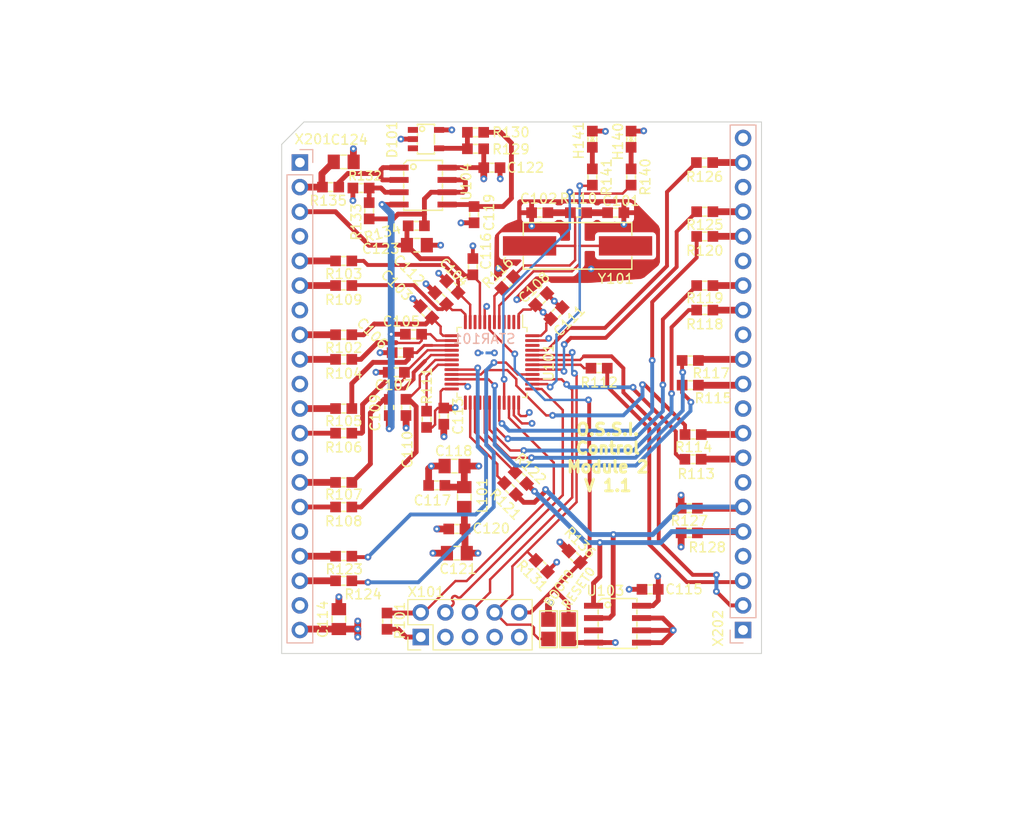
<source format=kicad_pcb>
(kicad_pcb (version 20221018) (generator pcbnew)
  (layers (0 "F.Cu" signal) (1 "In1.Cu" signal) (2 "In2.Cu" signal) (31 "B.Cu" signal) (34 "B.Paste" user) (35 "F.Paste" user) (36 "B.SilkS" user "B.Silkscreen") (37 "F.SilkS" user "F.Silkscreen") (38 "B.Mask" user) (39 "F.Mask" user) (44 "Edge.Cuts" user))
  (net 0 "")
  (net 1 "GND")
  (net 2 "Net-(U101B-PH0{slash}OSC_IN)")
  (net 3 "Net-(C102-Pad2)")
  (net 4 "AGND")
  (net 5 "Net-(U101C-PA1{slash}ADC1_In6)")
  (net 6 "Net-(U101C-PA7{slash}ADC12_In12)")
  (net 7 "Net-(U101C-PA2{slash}ADC12_In7)")
  (net 8 "Net-(U101C-PA3{slash}ADC12_In8)")
  (net 9 "Net-(U101C-PA4{slash}ADC12_In9)")
  (net 10 "+3V3")
  (net 11 "Net-(U101C-PA5{slash}ADC12_In10)")
  (net 12 "Net-(U101C-PA6{slash}ADC12_In11)")
  (net 13 "Net-(U101C-PB0{slash}ADC12_In15)")
  (net 14 "2V50_REF")
  (net 15 "Net-(C119-Pad2)")
  (net 16 "1V25_REF")
  (net 19 "Net-(D101-K)")
  (net 20 "Net-(H140-PadA)")
  (net 21 "Net-(H141-PadA)")
  (net 22 "DC_Link_Voltage")
  (net 23 "AC_Grid_Voltage")
  (net 24 "AC_Current")
  (net 25 "AC_Relay_Voltage")
  (net 26 "DC_Input_Voltage")
  (net 27 "DC_Current")
  (net 28 "AC_Inverter_Voltage")
  (net 29 "Relay_Ctrl_Voltage")
  (net 30 "Net-(U101A-PB1)")
  (net 31 "UART_TX")
  (net 32 "Net-(U101A-PB6{slash}UART1_TX)")
  (net 33 "HISIDE_PWM_µC")
  (net 34 "Boost_T1")
  (net 35 "Net-(U101A-PB10{slash}T2Ch3)")
  (net 36 "Relay_Voltage_Ctrl")
  (net 37 "Net-(U101A-PB11{slash}T2Ch4)")
  (net 38 "Net-(U101B-PH1{slash}OSC_OUT)")
  (net 39 "Net-(U101A-PA8{slash}T1Ch1)")
  (net 40 "Bridge_T1")
  (net 41 "Net-(U101A-PA9{slash}T1Ch2)")
  (net 42 "Bridge_T2")
  (net 43 "Net-(U101A-PA10{slash}T1Ch3)")
  (net 44 "Bridge_T3")
  (net 45 "Net-(U101A-PA11{slash}T1Ch4)")
  (net 46 "Bridge_T4")
  (net 47 "Net-(U101A-PB13{slash}I2C2_CLK)")
  (net 48 "I2C_Clk")
  (net 49 "Net-(U101A-PB14{slash}I2C2_DAT)")
  (net 50 "I2C_Dat")
  (net 51 "Net-(U101A-PB2)")
  (net 52 "LED_Red_Ctrl")
  (net 53 "Net-(U101A-PB4)")
  (net 54 "LED_Green_Ctrl")
  (net 55 "Net-(U101A-PB5)")
  (net 56 "Inv_Relay_Ctrl")
  (net 57 "Net-(U101A-PB8)")
  (net 58 "Grid_Relay_Ctrl")
  (net 59 "Net-(U101A-PA12)")
  (net 60 "Net-(R132-Pad1)")
  (net 61 "Net-(R133-Pad2)")
  (net 62 "Net-(R135-Pad1)")
  (net 63 "Net-(U101A-PA15)")
  (net 70 "/SWD_DIO{slash}PA13")
  (net 71 "/TRACE_SWO{slash}PB3")
  (net 72 "/SWD_CLK{slash}PA14")
  (net 73 "UART_RX")
  (net 75 "Net-(U101B-PH3{slash}BOOT0)")
  (net 76 "Net-(U101B-~{RST})")
  (net 79 "+3V3_ANA")
  (footprint "OSSI_standard_footprints:0603_W" (layer "F.Cu") (at 144.325 119.125 135)
    (fp_text reference "R131")
    (fp_text value "10k")
  )
  (footprint "OSSI_standard_footprints:0603_W" (layer "F.Cu") (at 153.55 78.9658 90)
    (fp_text reference "R140")
    (fp_text value "220")
  )
  (footprint "OSSI_standard_footprints:0603_W_LED" (layer "F.Cu") (at 153.55 75.0658 90)
    (fp_text reference "H140")
    (fp_text value "LED")
  )
  (footprint "OSSI_standard_footprints:0603_W" (layer "F.Cu") (at 144.125 82.650001)
    (fp_text reference "C102")
    (fp_text value "12p")
  )
  (footprint "OSSI_standard_footprints:0603_W" (layer "F.Cu") (at 123.9 120.65 180)
    (fp_text reference "R124")
    (fp_text value "220")
  )
  (footprint "OSSI_standard_footprints:SOT-23-5" (layer "F.Cu") (at 132.3882 75.054 -90)
    (fp_text reference "D101")
    (fp_text value "LM4030")
  )
  (footprint "OSSI_standard_footprints:0603_W" (layer "F.Cu") (at 159.95 105.554 180)
    (fp_text reference "R114")
    (fp_text value "220")
  )
  (footprint "OSSI_standard_footprints:0603_W" (layer "F.Cu") (at 125.6882 80.104 180)
    (fp_text reference "R132")
    (fp_text value "1k0")
  )
  (footprint "OSSI_standard_footprints:JUMPER_OPEN" (layer "F.Cu") (at 147.1 125.65 90)
    (fp_text reference "RESET0")
    (fp_text value "Solder_bridge_open" hide)
  )
  (footprint "OSSI_standard_footprints:0603_W" (layer "F.Cu") (at 159.65 100.454 180)
    (fp_text reference "R115")
    (fp_text value "220")
  )
  (footprint "OSSI_standard_footprints:0603_W" (layer "F.Cu") (at 123.9 102.87)
    (fp_text reference "R105")
    (fp_text value "220")
  )
  (footprint "OSSI_standard_footprints:0603_W" (layer "F.Cu") (at 155.5118 121.529001)
    (fp_text reference "C115")
    (fp_text value "100n")
  )
  (footprint "OSSI_standard_footprints:0603_W" (layer "F.Cu") (at 123.9 118.11 180)
    (fp_text reference "R123")
    (fp_text value "220")
  )
  (footprint "OSSI_standard_footprints:0603_W" (layer "F.Cu") (at 140.8 89.85 45)
    (fp_text reference "R116")
    (fp_text value "0R0")
  )
  (footprint "OSSI_standard_footprints:0603_W" (layer "F.Cu") (at 141.075 111.15 -45)
    (fp_text reference "R121")
    (fp_text value "220")
  )
  (footprint "OSSI_standard_footprints:0603_W" (layer "F.Cu") (at 129.7382 97.1)
    (fp_text reference "C106")
    (fp_text value "10n")
  )
  (footprint "OSSI_standard_footprints:0805_W" (layer "F.Cu") (at 136.3368 112.004 -90)
    (fp_text reference "L101")
    (fp_text value "Ferrite")
  )
  (footprint "OSSI_standard_footprints:0603_W" (layer "F.Cu") (at 159.55 113.154)
    (fp_text reference "R127")
    (fp_text value "4k7")
  )
  (footprint "OSSI_standard_footprints:0603_W" (layer "F.Cu") (at 123.9 95.25)
    (fp_text reference "R102")
    (fp_text value "220")
  )
  (footprint "OSSI_standard_footprints:0603_W" (layer "F.Cu") (at 123.9 97.79)
    (fp_text reference "R104")
    (fp_text value "220")
  )
  (footprint "OSSI_standard_footprints:0603_W" (layer "F.Cu") (at 123.9 90.17)
    (fp_text reference "R109")
    (fp_text value "220")
  )
  (footprint "OSSI_standard_footprints:0603_W" (layer "F.Cu") (at 133.907303 91.507303 -45)
    (fp_text reference "C112")
    (fp_text value "10n")
  )
  (footprint "OSSI_standard_footprints:0603_W" (layer "F.Cu") (at 161.15 92.7)
    (fp_text reference "R118")
    (fp_text value "220")
  )
  (footprint "OSSI_standard_footprints:0603_W" (layer "F.Cu") (at 123.9 105.41)
    (fp_text reference "R106")
    (fp_text value "220")
  )
  (footprint "OSSI_standard_footprints:0603_W" (layer "F.Cu") (at 137.225 88.225 -90)
    (fp_text reference "C116")
    (fp_text value "100n")
  )
  (footprint "OSSI_standard_footprints:0603_W" (layer "F.Cu") (at 135.575 115.2974)
    (fp_text reference "C120")
    (fp_text value "100n")
  )
  (footprint "OSSI_standard_footprints:SOIC8" (layer "F.Cu") (at 132.0882 79.904 -90)
    (fp_text reference "U104")
    (fp_text value "OPA2317")
  )
  (footprint "OSSI_standard_footprints:0603_W" (layer "F.Cu") (at 161.15 90.175)
    (fp_text reference "R119")
    (fp_text value "220")
  )
  (footprint "OSSI_standard_footprints:0805_W" (layer "F.Cu") (at 123.9 77.404 180)
    (fp_text reference "C124")
    (fp_text value "1µ/6.3V")
  )
  (footprint "OSSI_standard_footprints:0603_W" (layer "F.Cu") (at 142.175 110.025 -45)
    (fp_text reference "R122")
    (fp_text value "220")
  )
  (footprint "OSSI_standard_footprints:0603_W" (layer "F.Cu") (at 131.3882 84.004 180)
    (fp_text reference "R134")
    (fp_text value "220")
  )
  (footprint "OSSI_standard_footprints:0603_W" (layer "F.Cu") (at 131.1 95.2)
    (fp_text reference "C105")
    (fp_text value "10n")
  )
  (footprint "OSSI_standard_footprints:JUMPER_OPEN" (layer "F.Cu") (at 145.025 125.65 -90)
    (fp_text reference "BOOT0")
    (fp_text value "Solder_bridge_open")
  )
  (footprint "OSSI_standard_footprints:0603_W" (layer "F.Cu") (at 126.5264 82.454 -90)
    (fp_text reference "R133")
    (fp_text value "1k0")
  )
  (footprint "OSSI_standard_footprints:0603_W" (layer "F.Cu") (at 161.15 85.1)
    (fp_text reference "R120")
    (fp_text value "220")
  )
  (footprint "OSSI_standard_footprints:SOIC8" (layer "F.Cu") (at 152.150001 125.129 -90)
    (fp_text reference "U103")
    (fp_text value "LM75B")
  )
  (footprint "OSSI_standard_footprints:0603_W" (layer "F.Cu") (at 137.5 76.054 180)
    (fp_text reference "R129")
    (fp_text value "3k3")
  )
  (footprint "OSSI_standard_footprints:0603_W" (layer "F.Cu") (at 123.9 110.49)
    (fp_text reference "R107")
    (fp_text value "220")
  )
  (footprint "OSSI_standard_footprints:0603_W_LED" (layer "F.Cu") (at 149.55 75.0658 90)
    (fp_text reference "H141")
    (fp_text value "LED")
  )
  (footprint "OSSI_standard_footprints:0603_W" (layer "F.Cu") (at 122.55 80.01 180)
    (fp_text reference "R135")
    (fp_text value "220")
  )
  (footprint "OSSI_standard_footprints:0603_W" (layer "F.Cu") (at 128.6 102.754 90)
    (fp_text reference "C109")
    (fp_text value "10n")
  )
  (footprint "OSSI_standard_footprints:0603_W" (layer "F.Cu") (at 148.125 82.65 180)
    (fp_text reference "R110")
    (fp_text value "1M0")
  )
  (footprint "OSSI_standard_footprints:0603_W" (layer "F.Cu") (at 159.9368 108.1 180)
    (fp_text reference "R113")
    (fp_text value "220")
  )
  (footprint "OSSI_standard_footprints:0603_W" (layer "F.Cu") (at 132.45 103.975 90)
    (fp_text reference "R111")
    (fp_text value "10k")
  )
  (footprint "OSSI_standard_footprints:0805_W" (layer "F.Cu") (at 123.4 124.604 -90)
    (fp_text reference "C114")
    (fp_text value "1µ/6.3V")
  )
  (footprint "OSSI_standard_footprints:0603_W" (layer "F.Cu") (at 134.225 103.65 90)
    (fp_text reference "C113")
    (fp_text value "100n")
  )
  (footprint "OSSI_standard_footprints:0603_W" (layer "F.Cu") (at 123.9 113.03)
    (fp_text reference "R108")
    (fp_text value "220")
  )
  (footprint "OSSI_standard_footprints:0603_W" (layer "F.Cu") (at 161.125 77.475)
    (fp_text reference "R126")
    (fp_text value "220")
  )
  (footprint "OSSI_standard_footprints:0603_W" (layer "F.Cu") (at 132.407303 92.907303 -45)
    (fp_text reference "C103")
    (fp_text value "10n")
  )
  (footprint "Package_QFP:LQFP-48_7x7mm_P0.5mm" (layer "F.Cu") (at 139.2 98.1 -90)
    (fp_text reference "U101")
    (fp_text value "STM32L412C8T6")
  )
  (footprint "OSSI_standard_footprints:HC49_US" (layer "F.Cu") (at 148.025 86.075 180)
    (fp_text reference "Y101")
    (fp_text value "10MHz" hide)
  )
  (footprint "OSSI_standard_footprints:0603_W" (layer "F.Cu") (at 149.55 78.9658 90)
    (fp_text reference "R141")
    (fp_text value "220")
  )
  (footprint "OSSI_standard_footprints:0603_W" (layer "F.Cu") (at 144.272103 91.575 -135)
    (fp_text reference "C108")
    (fp_text value "100n")
  )
  (footprint "OSSI_standard_footprints:0603_W" (layer "F.Cu") (at 159.55 115.704)
    (fp_text reference "R128")
    (fp_text value "4k7")
  )
  (footprint "OSSI_standard_footprints:0603_W" (layer "F.Cu") (at 130.325 102.75 90)
    (fp_text reference "C110")
    (fp_text value "10n")
  )
  (footprint "Connector_PinHeader_2.54mm:PinHeader_2x05_P2.54mm_Vertical" (layer "F.Cu") (at 131.85 126.454 90)
    (fp_text reference "X101")
    (fp_text value "PINHEADER_2×5" hide)
  )
  (footprint "OSSI_standard_footprints:0603_W" (layer "F.Cu") (at 135.107303 90.307303 -45)
    (fp_text reference "C104")
    (fp_text value "10n")
  )
  (footprint "OSSI_standard_footprints:0603_W" (layer "F.Cu") (at 161.15 82.55)
    (fp_text reference "R125")
    (fp_text value "220")
  )
  (footprint "OSSI_standard_footprints:0603_W" (layer "F.Cu") (at 147.725 118.175 -45)
    (fp_text reference "R136")
    (fp_text value "10k")
  )
  (footprint "OSSI_standard_footprints:0603_W" (layer "F.Cu") (at 137.5 74.354)
    (fp_text reference "R130")
    (fp_text value "220")
  )
  (footprint "OSSI_standard_footprints:0603_W" (layer "F.Cu") (at 129.325 99.125)
    (fp_text reference "C107")
    (fp_text value "10n")
  )
  (footprint "OSSI_standard_footprints:0805_W" (layer "F.Cu") (at 131.45 86.004 180)
    (fp_text reference "C123")
    (fp_text value "1µ/6.3V")
  )
  (footprint "OSSI_standard_footprints:0603_W" (layer "F.Cu") (at 133.5 110.8)
    (fp_text reference "C117")
    (fp_text value "100n")
  )
  (footprint "OSSI_standard_footprints:0603_W" (layer "F.Cu") (at 137.35 82.854 90)
    (fp_text reference "C119")
    (fp_text value "10n")
  )
  (footprint "OSSI_standard_footprints:0805_W" (layer "F.Cu") (at 135.3368 108.804)
    (fp_text reference "C118")
    (fp_text value "1µ/6.3V")
  )
  (footprint "OSSI_standard_footprints:0603_W" (layer "F.Cu") (at 123.9 87.63)
    (fp_text reference "R103")
    (fp_text value "220")
  )
  (footprint "OSSI_standard_footprints:0603_W" (layer "F.Cu") (at 150.25 98.704)
    (fp_text reference "R112")
    (fp_text value "220")
  )
  (footprint "OSSI_standard_footprints:0603_W" (layer "F.Cu") (at 151.963199 82.65 180)
    (fp_text reference "C101")
    (fp_text value "12p")
  )
  (footprint "OSSI_standard_footprints:0603_W" (layer "F.Cu") (at 145.85 93.025 -135)
    (fp_text reference "C111")
    (fp_text value "100n")
  )
  (footprint "OSSI_standard_footprints:0603_W" (layer "F.Cu") (at 128.37 124.814 90)
    (fp_text reference "R101")
    (fp_text value "10k")
  )
  (footprint "OSSI_standard_footprints:0603_W" (layer "F.Cu") (at 159.65 97.904)
    (fp_text reference "R117")
    (fp_text value "220")
  )
  (footprint "OSSI_standard_footprints:0603_W" (layer "F.Cu") (at 139.1882 78.004 180)
    (fp_text reference "C122")
    (fp_text value "100n")
  )
  (footprint "OSSI_standard_footprints:0805_W" (layer "F.Cu") (at 135.575 117.7974)
    (fp_text reference "C121")
    (fp_text value "1µ/6.3V")
  )
  (footprint "Connector_PinHeader_2.54mm:PinHeader_1x20_P2.54mm_Vertical" (layer "B.Cu") (at 119.38 77.47 180)
    (fp_text reference "X201")
    (fp_text value "Conn_01x20_Pin")
  )
  (footprint "OSSI_standard_footprints:STARPOINT" (layer "B.Cu") (at 138.4 97.125)
    (fp_text reference "STAR101")
    (fp_text value "STARPOINT")
  )
  (footprint "Connector_PinHeader_2.54mm:PinHeader_1x21_P2.54mm_Vertical" (layer "B.Cu") (at 165.1 125.73)
    (fp_text reference "X202")
    (fp_text value "Conn_01x21_Pin")
  )
  (gr_line (start 119.8 73.286) (end 167 73.286) (stroke (width 0.1)) (layer "Edge.Cuts"))
  (gr_line (start 117.5 128.15) (end 117.5 75.6) (stroke (width 0.1)) (layer "Edge.Cuts"))
  (gr_line (start 167 128.15) (end 117.5 128.15) (stroke (width 0.1)) (layer "Edge.Cuts"))
  (gr_line (start 117.5 75.6) (end 119.8 73.286) (stroke (width 0.1)) (layer "Edge.Cuts"))
  (gr_line (start 167 73.286) (end 167 128.15) (stroke (width 0.1)) (layer "Edge.Cuts"))
  (gr_text "O.S.S.I.\nControl\nModule 2\nV 1.1" (at 151.15 111.525) (layer "F.SilkS") (effects (font (size 1.2 1.2) (thickness 0.3) bold) (justify bottom)))
  (segment (start 144.8648 91.0148) (end 145.625 91.775) (width 0.4) (layer "F.Cu") (net 1))
  (segment (start 134.7368 115.2974) (end 133.5 115.2974) (width 0.7) (layer "F.Cu") (net 1))
  (segment (start 134.225 105.75) (end 134.25 105.775) (width 0.7) (layer "F.Cu") (net 1))
  (segment (start 135.0375 100.35) (end 136.45 100.35) (width 0.25) (layer "F.Cu") (net 1))
  (segment (start 143.3 84.025) (end 143.3 82.663201) (width 0.4) (layer "F.Cu") (net 1))
  (segment (start 144.917697 119.682303) (end 145.875 118.725) (width 0.4) (layer "F.Cu") (net 1))
  (segment (start 152.8 83.85) (end 152.801399 83.848601) (width 0.4) (layer "F.Cu") (net 1))
  (segment (start 140.65 84.025) (end 143.3 84.025) (width 0.25) (layer "F.Cu") (net 1))
  (segment (start 157.8 125.729) (end 157.8 125.479) (width 0.5) (layer "F.Cu") (net 1))
  (segment (start 156.815 124.494) (end 154.625 124.494) (width 0.5) (layer "F.Cu") (net 1))
  (segment (start 151.925 127.025) (end 150.875 127.025) (width 0.5) (layer "F.Cu") (net 1))
  (segment (start 144.8245 95.85) (end 145.05 95.6245) (width 0.25) (layer "F.Cu") (net 1))
  (segment (start 157.8 125.729) (end 157.8 125.979) (width 0.5) (layer "F.Cu") (net 1))
  (segment (start 146.282303 92.432303) (end 145.625 91.775) (width 0.4) (layer "F.Cu") (net 1))
  (segment (start 156.745 127.034) (end 154.625 127.034) (width 0.5) (layer "F.Cu") (net 1))
  (segment (start 157.765 125.764) (end 157.8 125.729) (width 0.5) (layer "F.Cu") (net 1))
  (segment (start 123.4 123.579) (end 123.4 122.304) (width 0.7) (layer "F.Cu") (net 1))
  (segment (start 143.325 104.4) (end 142.288604 104.4) (width 0.25) (layer "F.Cu") (net 1))
  (segment (start 157.8 125.479) (end 156.815 124.494) (width 0.5) (layer "F.Cu") (net 1))
  (segment (start 134.55 117.7974) (end 133.1 117.7974) (width 0.7) (layer "F.Cu") (net 1))
  (segment (start 152.801399 83.848601) (end 152.801399 82.65) (width 0.4) (layer "F.Cu") (net 1))
  (segment (start 157.8 125.979) (end 156.745 127.034) (width 0.5) (layer "F.Cu") (net 1))
  (segment (start 154.625 125.764) (end 157.765 125.764) (width 0.5) (layer "F.Cu") (net 1))
  (segment (start 150.875 127.025) (end 147.475 127.025) (width 0.5) (layer "F.Cu") (net 1))
  (segment (start 139.65 85.025) (end 140.65 84.025) (width 0.25) (layer "F.Cu") (net 1))
  (segment (start 153.55 74.2276) (end 154.8264 74.2276) (width 0.5) (layer "F.Cu") (net 1))
  (segment (start 150.875 127.025) (end 149.684 127.025) (width 0.5) (layer "F.Cu") (net 1))
  (segment (start 154.8264 74.2276) (end 154.85 74.204) (width 0.5) (layer "F.Cu") (net 1))
  (segment (start 136.45 100.35) (end 136.7 100.6) (width 0.25) (layer "F.Cu") (net 1))
  (segment (start 139.65 88.175) (end 139.65 85.025) (width 0.25) (layer "F.Cu") (net 1))
  (segment (start 139.875 88.4) (end 139.65 88.175) (width 0.25) (layer "F.Cu") (net 1))
  (segment (start 149.55 74.2276) (end 150.8736 74.2276) (width 0.5) (layer "F.Cu") (net 1))
  (segment (start 134.225 104.4882) (end 134.225 105.75) (width 0.7) (layer "F.Cu") (net 1))
  (segment (start 154.6736 121.529) (end 153.35 121.529) (width 0.5) (layer "F.Cu") (net 1))
  (segment (start 143.3625 95.85) (end 144.8245 95.85) (width 0.25) (layer "F.Cu") (net 1))
  (segment (start 150.8736 74.2276) (end 150.9 74.254) (width 0.5) (layer "F.Cu") (net 1))
  (segment (start 142.288604 104.4) (end 141.45 103.561396) (width 0.25) (layer "F.Cu") (net 1))
  (segment (start 141.45 103.561396) (end 141.45 102.2625) (width 0.25) (layer "F.Cu") (net 1))
  (via (at 151.925 127.025) (size 0.7) (drill 0.3) (layers "F.Cu" "B.Cu") (net 1))
  (via (at 152.8 83.85) (size 0.7) (drill 0.3) (layers "F.Cu" "B.Cu") (net 1))
  (via (at 145.05 95.6245) (size 0.7) (drill 0.3) (layers "F.Cu" "B.Cu") (net 1))
  (via (at 133.1 117.7974) (size 0.7) (drill 0.3) (layers "F.Cu" "B.Cu") (net 1))
  (via (at 136.7 100.6) (size 0.7) (drill 0.3) (layers "F.Cu" "B.Cu") (net 1))
  (via (at 141.75 91.625) (size 0.7) (drill 0.3) (layers "F.Cu" "B.Cu") (net 1))
  (via (at 149.425 88.45) (size 0.7) (drill 0.3) (layers "F.Cu" "B.Cu") (net 1))
  (via (at 145.875 118.725) (size 0.7) (drill 0.3) (layers "F.Cu" "B.Cu") (net 1))
  (via (at 134.25 105.775) (size 0.7) (drill 0.3) (layers "F.Cu" "B.Cu") (net 1))
  (via (at 154.85 74.204) (size 0.7) (drill 0.3) (layers "F.Cu" "B.Cu") (net 1))
  (via (at 139.45 97.125) (size 0.7) (drill 0.3) (layers "F.Cu" "B.Cu") (net 1))
  (via (at 139.875 88.4) (size 0.7) (drill 0.3) (layers "F.Cu" "B.Cu") (net 1))
  (via (at 143.3 84.025) (size 0.7) (drill 0.3) (layers "F.Cu" "B.Cu") (net 1))
  (via (at 133.5 115.2974) (size 0.7) (drill 0.3) (layers "F.Cu" "B.Cu") (net 1))
  (via (at 153.35 121.529) (size 0.7) (drill 0.3) (layers "F.Cu" "B.Cu") (net 1))
  (via (at 123.4 122.304) (size 0.7) (drill 0.3) (layers "F.Cu" "B.Cu") (net 1))
  (via (at 157.9 125.754) (size 0.7) (drill 0.3) (layers "F.Cu" "B.Cu") (net 1))
  (via (at 143.325 104.4) (size 0.7) (drill 0.3) (layers "F.Cu" "B.Cu") (net 1))
  (via (at 150.9 74.254) (size 0.7) (drill 0.3) (layers "F.Cu" "B.Cu") (net 1))
  (via (at 145.625 91.775) (size 0.7) (drill 0.3) (layers "F.Cu" "B.Cu") (net 1))
  (segment (start 138.7 97.125) (end 139.3 97.125) (width 0.3) (layer "B.Cu") (net 1))
  (segment (start 147.45 88.7) (end 148.225 87.925) (width 0.25) (layer "F.Cu") (net 2))
  (segment (start 148.225 86.075) (end 152.975 86.075) (width 0.25) (layer "F.Cu") (net 2))
  (segment (start 148.225 86.075) (end 148.225 83.3882) (width 0.25) (layer "F.Cu") (net 2))
  (segment (start 139.95 92.236396) (end 143.486396 88.7) (width 0.25) (layer "F.Cu") (net 2))
  (segment (start 143.486396 88.7) (end 147.45 88.7) (width 0.25) (layer "F.Cu") (net 2))
  (segment (start 148.963201 82.65) (end 151.124999 82.65) (width 0.7) (layer "F.Cu") (net 2))
  (segment (start 139.95 93.9375) (end 139.95 92.236396) (width 0.25) (layer "F.Cu") (net 2))
  (segment (start 148.225 87.925) (end 148.225 86.075) (width 0.25) (layer "F.Cu") (net 2))
  (segment (start 148.225 83.3882) (end 148.9632 82.65) (width 0.25) (layer "F.Cu") (net 2))
  (segment (start 143.075 86.075) (end 147.75 86.075) (width 0.25) (layer "F.Cu") (net 3))
  (segment (start 147.75 86.075) (end 147.775 86.1) (width 0.25) (layer "F.Cu") (net 3))
  (segment (start 147.225 88.1) (end 142.55 88.1) (width 0.25) (layer "F.Cu") (net 3))
  (segment (start 142.55 88.1) (end 141.392697 89.257303) (width 0.25) (layer "F.Cu") (net 3))
  (segment (start 147.775 87.55) (end 147.225 88.1) (width 0.25) (layer "F.Cu") (net 3))
  (segment (start 147.775 86.1) (end 147.775 87.55) (width 0.25) (layer "F.Cu") (net 3))
  (segment (start 147.75 86.075) (end 147.775 86.05) (width 0.25) (layer "F.Cu") (net 3))
  (segment (start 144.9632 82.650001) (end 147.2868 82.65) (width 0.7) (layer "F.Cu") (net 3))
  (segment (start 147.775 86.05) (end 147.775 83.1382) (width 0.25) (layer "F.Cu") (net 3))
  (segment (start 147.775 83.1382) (end 147.2868 82.65) (width 0.25) (layer "F.Cu") (net 3))
  (segment (start 127.855 81.809) (end 127.85 81.804) (width 0.5) (layer "F.Cu") (net 4))
  (segment (start 137.225 87.3) (end 137.225 86.075) (width 0.4) (layer "F.Cu") (net 4))
  (segment (start 137.35 83.6922) (end 136.0118 83.6922) (width 0.5) (layer "F.Cu") (net 4))
  (segment (start 132.9368 108.804) (end 132.6618 109.079) (width 0.7) (layer "F.Cu") (net 4))
  (segment (start 131.814606 92.314606) (end 131.028445 91.528445) (width 0.5) (layer "F.Cu") (net 4))
  (segment (start 133.349961 90.949962) (end 132.387023 89.987024) (width 0.5) (layer "F.Cu") (net 4))
  (segment (start 134.3118 108.804) (end 132.9368 108.804) (width 0.7) (layer "F.Cu") (net 4))
  (segment (start 129.9691 95.2) (end 128.8309 95.2) (width 0.5) (layer "F.Cu") (net 4))
  (segment (start 138.45 93.9375) (end 138.45 92.525) (width 0.25) (layer "F.Cu") (net 4))
  (segment (start 130.343523 104.875) (end 130.325 103.5882) (width 0.7) (layer "F.Cu") (net 4))
  (segment (start 138.45 92.525) (end 138.65 92.325) (width 0.25) (layer "F.Cu") (net 4))
  (segment (start 132.475 86.004) (end 133.9 86.004) (width 0.5) (layer "F.Cu") (net 4))
  (segment (start 129.6132 81.809) (end 127.855 81.809) (width 0.5) (layer "F.Cu") (net 4))
  (segment (start 127.225 99.125) (end 128.4868 99.125) (width 0.5) (layer "F.Cu") (net 4))
  (segment (start 124.85 80.104) (end 124.85 81.404) (width 0.5) (layer "F.Cu") (net 4))
  (segment (start 133.7382 74.104) (end 135.05 74.104) (width 0.5) (layer "F.Cu") (net 4))
  (segment (start 132.6618 109.079) (end 132.6618 110.8) (width 0.7) (layer "F.Cu") (net 4))
  (segment (start 128.9 97.1) (end 127.65 97.1) (width 0.5) (layer "F.Cu") (net 4))
  (segment (start 128.6 103.5922) (end 128.6 104.954) (width 0.7) (layer "F.Cu") (net 4))
  (segment (start 131.0382 75.054) (end 129.8 75.054) (width 0.5) (layer "F.Cu") (net 4))
  (segment (start 140.0264 78.004) (end 140.0264 79.1304) (width 0.5) (layer "F.Cu") (net 4))
  (segment (start 124.9 76.054) (end 124.9 77.379) (width 0.7) (layer "F.Cu") (net 4))
  (segment (start 140.0264 79.1304) (end 140.05 79.154) (width 0.5) (layer "F.Cu") (net 4))
  (segment (start 136.0118 83.6922) (end 136 83.704) (width 0.5) (layer "F.Cu") (net 4))
  (segment (start 134.514606 89.714606) (end 133.7 88.9) (width 0.4) (layer "F.Cu") (net 4))
  (via (at 136 83.704) (size 0.7) (drill 0.3) (layers "F.Cu" "B.Cu") (net 4))
  (via (at 137.225 86.075) (size 0.7) (drill 0.3) (layers "F.Cu" "B.Cu") (net 4))
  (via (at 133.9 86.004) (size 0.7) (drill 0.3) (layers "F.Cu" "B.Cu") (net 4))
  (via (at 124.85 81.404) (size 0.7) (drill 0.3) (layers "F.Cu" "B.Cu") (net 4))
  (via (at 133.7 88.9) (size 0.7) (drill 0.3) (layers "F.Cu" "B.Cu") (net 4))
  (via (at 138.65 92.325) (size 0.7) (drill 0.3) (layers "F.Cu" "B.Cu") (net 4))
  (via (at 135.05 74.104) (size 0.7) (drill 0.3) (layers "F.Cu" "B.Cu") (net 4))
  (via (at 130.343523 104.875) (size 0.7) (drill 0.3) (layers "F.Cu" "B.Cu") (net 4))
  (via (at 132.387023 89.987024) (size 0.7) (drill 0.3) (layers "F.Cu" "B.Cu") (net 4))
  (via (at 128.8 95.2) (size 0.7) (drill 0.3) (layers "F.Cu" "B.Cu") (net 4))
  (via (at 127.65 97.1) (size 0.7) (drill 0.3) (layers "F.Cu" "B.Cu") (net 4))
  (via (at 124.9 76.054) (size 0.7) (drill 0.3) (layers "F.Cu" "B.Cu") (net 4))
  (via (at 137.75 97.125) (size 0.7) (drill 0.3) (layers "F.Cu" "B.Cu") (net 4))
  (via (at 131.028445 91.528445) (size 0.7) (drill 0.3) (layers "F.Cu" "B.Cu") (net 4))
  (via (at 132.9368 108.804) (size 0.7) (drill 0.3) (layers "F.Cu" "B.Cu") (net 4))
  (via (at 140.05 79.154) (size 0.7) (drill 0.3) (layers "F.Cu" "B.Cu") (net 4))
  (via (at 127.85 81.804) (size 0.7) (drill 0.3) (layers "F.Cu" "B.Cu") (net 4))
  (via (at 127.225 99.125) (size 0.7) (drill 0.3) (layers "F.Cu" "B.Cu") (net 4))
  (via (at 128.6 104.954) (size 0.7) (drill 0.3) (layers "F.Cu" "B.Cu") (net 4))
  (via (at 129.8 75.054) (size 0.7) (drill 0.3) (layers "F.Cu" "B.Cu") (net 4))
  (segment (start 128.8 104.754) (end 128.8 82.754) (width 0.7) (layer "B.Cu") (net 4))
  (segment (start 128.8 82.754) (end 127.85 81.804) (width 0.7) (layer "B.Cu") (net 4))
  (segment (start 128.6 104.954) (end 128.8 104.754) (width 0.7) (layer "B.Cu") (net 4))
  (segment (start 138.1875 97.125) (end 137.75 97.125) (width 0.3) (layer "B.Cu") (net 4))
  (segment (start 136.95 92.15) (end 135.7 90.9) (width 0.25) (layer "F.Cu") (net 5))
  (segment (start 124.7382 87.63) (end 125.955 87.63) (width 0.4) (layer "F.Cu") (net 5))
  (segment (start 136.95 93.9375) (end 136.95 92.15) (width 0.25) (layer "F.Cu") (net 5))
  (segment (start 135.7 89.5) (end 135.7 90.9) (width 0.4) (layer "F.Cu") (net 5))
  (segment (start 126.375 88.05) (end 134.25 88.05) (width 0.4) (layer "F.Cu") (net 5))
  (segment (start 125.955 87.63) (end 126.375 88.05) (width 0.4) (layer "F.Cu") (net 5))
  (segment (start 134.25 88.05) (end 135.7 89.5) (width 0.4) (layer "F.Cu") (net 5))
  (segment (start 126.65 103.3158) (end 128.05 101.9158) (width 0.5) (layer "F.Cu") (net 6))
  (segment (start 129.025 100.8) (end 128.6 101.225) (width 0.4) (layer "F.Cu") (net 6))
  (segment (start 128.05 101.9158) (end 128.6 101.9158) (width 0.5) (layer "F.Cu") (net 6))
  (segment (start 131.1132 99.840686) (end 130.153886 100.8) (width 0.4) (layer "F.Cu") (net 6))
  (segment (start 131.1132 99.1368) (end 131.1132 99.840686) (width 0.4) (layer "F.Cu") (net 6))
  (segment (start 132.2875 97.9625) (end 131.1132 99.1368) (width 0.4) (layer "F.Cu") (net 6))
  (segment (start 132.9 97.35) (end 135.0375 97.35) (width 0.25) (layer "F.Cu") (net 6))
  (segment (start 132.2875 97.9625) (end 132.9 97.35) (width 0.25) (layer "F.Cu") (net 6))
  (segment (start 124.7382 110.49) (end 126.65 108.5782) (width 0.5) (layer "F.Cu") (net 6))
  (segment (start 126.65 108.5782) (end 126.65 103.3158) (width 0.5) (layer "F.Cu") (net 6))
  (segment (start 130.153886 100.8) (end 129.025 100.8) (width 0.4) (layer "F.Cu") (net 6))
  (segment (start 128.6 101.225) (end 128.6 101.7276) (width 0.4) (layer "F.Cu") (net 6))
  (segment (start 133.6 92.6) (end 134.083706 92.6) (width 0.4) (layer "F.Cu") (net 7))
  (segment (start 124.7832 90.125) (end 131.125 90.125) (width 0.4) (layer "F.Cu") (net 7))
  (segment (start 136 92.7) (end 135.1 92.7) (width 0.25) (layer "F.Cu") (net 7))
  (segment (start 135.1 92.7) (end 134.5 92.1) (width 0.25) (layer "F.Cu") (net 7))
  (segment (start 136.45 93.9375) (end 136.45 93.15) (width 0.25) (layer "F.Cu") (net 7))
  (segment (start 136.45 93.15) (end 136 92.7) (width 0.25) (layer "F.Cu") (net 7))
  (segment (start 134.083706 92.6) (end 134.607303 92.076403) (width 0.4) (layer "F.Cu") (net 7))
  (segment (start 131.125 90.125) (end 133.6 92.6) (width 0.4) (layer "F.Cu") (net 7))
  (segment (start 135.0375 95.35) (end 134.15 95.35) (width 0.25) (layer "F.Cu") (net 8))
  (segment (start 133.9 95.1) (end 133.9 94.4) (width 0.25) (layer "F.Cu") (net 8))
  (segment (start 133.9 94.4) (end 133 93.5) (width 0.25) (layer "F.Cu") (net 8))
  (segment (start 134.15 95.35) (end 133.9 95.1) (width 0.25) (layer "F.Cu") (net 8))
  (segment (start 132.3578 94.1422) (end 133 93.5) (width 0.5) (layer "F.Cu") (net 8))
  (segment (start 124.7382 95.25) (end 125.95 95.25) (width 0.5) (layer "F.Cu") (net 8))
  (segment (start 127.0578 94.1422) (end 132.3578 94.1422) (width 0.5) (layer "F.Cu") (net 8))
  (segment (start 125.95 95.25) (end 127.0578 94.1422) (width 0.5) (layer "F.Cu") (net 8))
  (segment (start 131.9382 95.8618) (end 131.9382 95.2) (width 0.25) (layer "F.Cu") (net 9))
  (segment (start 129.3 96.0658) (end 129.3342 96.1) (width 0.25) (layer "F.Cu") (net 9))
  (segment (start 127.3882 96.0658) (end 125.664 97.79) (width 0.5) (layer "F.Cu") (net 9))
  (segment (start 125.664 97.79) (end 124.7382 97.79) (width 0.5) (layer "F.Cu") (net 9))
  (segment (start 133.5 95.85) (end 132.85 95.2) (width 0.25) (layer "F.Cu") (net 9))
  (segment (start 132.85 95.2) (end 131.9382 95.2) (width 0.25) (layer "F.Cu") (net 9))
  (segment (start 135.0375 95.85) (end 133.5 95.85) (width 0.25) (layer "F.Cu") (net 9))
  (segment (start 129.3 96.0658) (end 127.3882 96.0658) (width 0.5) (layer "F.Cu") (net 9))
  (segment (start 131.7 96.1) (end 131.9382 95.8618) (width 0.25) (layer "F.Cu") (net 9))
  (segment (start 129.3342 96.1) (end 131.7 96.1) (width 0.25) (layer "F.Cu") (net 9))
  (segment (start 136.4132 115.2974) (end 136.4132 117.6106) (width 0.7) (layer "F.Cu") (net 10))
  (segment (start 143.3625 95.35) (end 144.25 95.35) (width 0.25) (layer "F.Cu") (net 10))
  (segment (start 158.7118 117.1422) (end 158.7 117.154) (width 0.7) (layer "F.Cu") (net 10))
  (segment (start 134.1 102.8118) (end 135.3632 102.8118) (width 0.7) (layer "F.Cu") (net 10))
  (segment (start 123.4 125.629) (end 125.35 125.629) (width 0.7) (layer "F.Cu") (net 10))
  (segment (start 134.1 102.8118) (end 133.6132 102.8118) (width 0.25) (layer "F.Cu") (net 10))
  (segment (start 129.5272 125.6522) (end 130.329 126.454) (width 0.5) (layer "F.Cu") (net 10))
  (segment (start 133.325 104.525) (end 133.0368 104.8132) (width 0.25) (layer "F.Cu") (net 10))
  (segment (start 144.8 94.075) (end 144.8 94.8) (width 0.25) (layer "F.Cu") (net 10))
  (segment (start 141.95 93.125) (end 142.425 92.65) (width 0.25) (layer "F.Cu") (net 10))
  (segment (start 155.805 123.224) (end 156.35 122.678999) (width 0.5) (layer "F.Cu") (net 10))
  (segment (start 142.679658 103.645342) (end 142.170342 103.645342) (width 0.25) (layer "F.Cu") (net 10))
  (segment (start 156.35 120.229) (end 156.3 120.179) (width 0.5) (layer "F.Cu") (net 10))
  (segment (start 143.717697 92.167697) (end 144.475 92.925) (width 0.4) (layer "F.Cu") (net 10))
  (segment (start 125.35 125.629) (end 125.35 126.454) (width 0.7) (layer "F.Cu") (net 10))
  (segment (start 158.7118 113.154) (end 158.7118 111.8158) (width 0.7) (layer "F.Cu") (net 10))
  (segment (start 133.9 101.1) (end 133.9 102.6118) (width 0.25) (layer "F.Cu") (net 10))
  (segment (start 158.7118 115.704) (end 158.7118 117.1422) (width 0.7) (layer "F.Cu") (net 10))
  (segment (start 134.15 100.85) (end 133.9 101.1) (width 0.25) (layer "F.Cu") (net 10))
  (segment (start 144.25 95.35) (end 144.8 94.8) (width 0.25) (layer "F.Cu") (net 10))
  (segment (start 143.197103 92.65) (end 143.679406 92.167697) (width 0.25) (layer "F.Cu") (net 10))
  (segment (start 130.329 126.454) (end 131.85 126.454) (width 0.5) (layer "F.Cu") (net 10))
  (segment (start 135.0375 100.85) (end 134.15 100.85) (width 0.25) (layer "F.Cu") (net 10))
  (segment (start 133.6132 102.8118) (end 133.325 103.1) (width 0.25) (layer "F.Cu") (net 10))
  (segment (start 137.75 117.7974) (end 136.6 117.7974) (width 0.7) (layer "F.Cu") (net 10))
  (segment (start 158.7118 111.8158) (end 158.7 111.804) (width 0.7) (layer "F.Cu") (net 10))
  (segment (start 136.35 115.704) (end 136.35 113.0422) (width 0.7) (layer "F.Cu") (net 10))
  (segment (start 156.35 122.678999) (end 156.35 121.529001) (width 0.5) (layer "F.Cu") (net 10))
  (segment (start 145.269477 122.894477) (end 145.025 123.138954) (width 0.7) (layer "F.Cu") (net 10))
  (segment (start 133.325 103.1) (end 133.325 104.525) (width 0.25) (layer "F.Cu") (net 10))
  (segment (start 141.95 93.9375) (end 141.95 93.125) (width 0.25) (layer "F.Cu") (net 10))
  (segment (start 142.425 92.65) (end 143.197103 92.65) (width 0.25) (layer "F.Cu") (net 10))
  (segment (start 156.35 121.529001) (end 156.35 120.229) (width 0.5) (layer "F.Cu") (net 10))
  (segment (start 145.257303 93.617697) (end 144.8 94.075) (width 0.25) (layer "F.Cu") (net 10))
  (segment (start 123.4 125.629) (end 119.565 125.629) (width 0.7) (layer "F.Cu") (net 10))
  (segment (start 125.35 125.629) (end 125.35 124.804) (width 0.7) (layer "F.Cu") (net 10))
  (segment (start 133.0368 104.8132) (end 132.45 104.8132) (width 0.25) (layer "F.Cu") (net 10))
  (segment (start 141.95 103.425) (end 141.95 102.2625) (width 0.25) (layer "F.Cu") (net 10))
  (segment (start 145.025 123.138954) (end 145.025 124.65) (width 0.7) (layer "F.Cu") (net 10))
  (segment (start 128.37 125.6522) (end 129.5272 125.6522) (width 0.5) (layer "F.Cu") (net 10))
  (segment (start 145.167697 93.617697) (end 144.475 92.925) (width 0.4) (layer "F.Cu") (net 10))
  (segment (start 135.3632 102.8118) (end 135.4 102.775) (width 0.25) (layer "F.Cu") (net 10))
  (segment (start 143.05 103.275) (end 142.679658 103.645342) (width 0.25) (layer "F.Cu") (net 10))
  (segment (start 142.170342 103.645342) (end 141.95 103.425) (width 0.25) (layer "F.Cu") (net 10))
  (segment (start 147.132303 117.582303) (end 146.196978 116.646978) (width 0.7) (layer "F.Cu") (net 10))
  (segment (start 154.625 123.224) (end 155.805 123.224) (width 0.5) (layer "F.Cu") (net 10))
  (via (at 137.75 117.7974) (size 0.7) (drill 0.3) (layers "F.Cu" "B.Cu") (net 10))
  (via (at 135.4 102.775) (size 0.7) (drill 0.3) (layers "F.Cu" "B.Cu") (net 10))
  (via (at 125.35 125.629) (size 0.7) (drill 0.3) (layers "F.Cu" "B.Cu") (net 10))
  (via (at 125.35 124.804) (size 0.7) (drill 0.3) (layers "F.Cu" "B.Cu") (net 10))
  (via (at 125.35 126.454) (size 0.7) (drill 0.3) (layers "F.Cu" "B.Cu") (net 10))
  (via (at 156.3 120.179) (size 0.7) (drill 0.3) (layers "F.Cu" "B.Cu") (net 10))
  (via (at 158.7 117.154) (size 0.7) (drill 0.3) (layers "F.Cu" "B.Cu") (net 10))
  (via (at 146.196978 116.646978) (size 0.7) (drill 0.3) (layers "F.Cu" "B.Cu") (net 10))
  (via (at 143.05 103.275) (size 0.7) (drill 0.3) (layers "F.Cu" "B.Cu") (net 10))
  (via (at 145.269477 122.894477) (size 0.7) (drill 0.3) (layers "F.Cu" "B.Cu") (net 10))
  (via (at 144.475 92.925) (size 0.7) (drill 0.3) (layers "F.Cu" "B.Cu") (net 10))
  (via (at 158.7 111.804) (size 0.7) (drill 0.3) (layers "F.Cu" "B.Cu") (net 10))
  (segment (start 135.0375 96.35) (end 133.017604 96.35) (width 0.25) (layer "F.Cu") (net 11))
  (segment (start 126.925 98.1) (end 130.25 98.1) (width 0.5) (layer "F.Cu") (net 11))
  (segment (start 130.5764 97.1) (end 131.45 97.1) (width 0.3) (layer "F.Cu") (net 11))
  (segment (start 130.5764 97.7736) (end 130.5764 97.1) (width 0.5) (layer "F.Cu") (net 11))
  (segment (start 130.25 98.1) (end 130.5764 97.7736) (width 0.5) (layer "F.Cu") (net 11))
  (segment (start 124.7382 102.87) (end 124.7382 100.2868) (width 0.5) (layer "F.Cu") (net 11))
  (segment (start 124.7382 100.2868) (end 126.925 98.1) (width 0.5) (layer "F.Cu") (net 11))
  (segment (start 131.45 97.1) (end 132.2 96.35) (width 0.3) (layer "F.Cu") (net 11))
  (segment (start 132.2 96.35) (end 133.017604 96.35) (width 0.3) (layer "F.Cu") (net 11))
  (segment (start 132.55 96.85) (end 135.0375 96.85) (width 0.25) (layer "F.Cu") (net 12))
  (segment (start 130.275 99.125) (end 132.55 96.85) (width 0.25) (layer "F.Cu") (net 12))
  (segment (start 125.85 102.45) (end 125.85 105.304) (width 0.5) (layer "F.Cu") (net 12))
  (segment (start 125.85 105.304) (end 125.744 105.41) (width 0.5) (layer "F.Cu") (net 12))
  (segment (start 128.15 100.125) (end 129.825 100.125) (width 0.25) (layer "F.Cu") (net 12))
  (segment (start 130.1632 99.7868) (end 130.1632 99.125) (width 0.25) (layer "F.Cu") (net 12))
  (segment (start 128.15 100.125) (end 128.15 100.15) (width 0.5) (layer "F.Cu") (net 12))
  (segment (start 129.825 100.125) (end 130.1632 99.7868) (width 0.25) (layer "F.Cu") (net 12))
  (segment (start 128.15 100.15) (end 125.85 102.45) (width 0.5) (layer "F.Cu") (net 12))
  (segment (start 125.744 105.41) (end 124.7382 105.41) (width 0.5) (layer "F.Cu") (net 12))
  (segment (start 131.375 102.6618) (end 130.625 101.9118) (width 0.5) (layer "F.Cu") (net 13))
  (segment (start 131.375 107.354) (end 131.375 102.6618) (width 0.5) (layer "F.Cu") (net 13))
  (segment (start 125.699 113.03) (end 131.375 107.354) (width 0.5) (layer "F.Cu") (net 13))
  (segment (start 131.75 100.7) (end 130.5382 101.9118) (width 0.25) (layer "F.Cu") (net 13))
  (segment (start 124.7382 113.03) (end 125.699 113.03) (width 0.5) (layer "F.Cu") (net 13))
  (segment (start 133.35 97.85) (end 131.75 99.45) (width 0.25) (layer "F.Cu") (net 13))
  (segment (start 131.75 99.45) (end 131.75 100.7) (width 0.25) (layer "F.Cu") (net 13))
  (segment (start 135.0375 97.85) (end 133.35 97.85) (width 0.25) (layer "F.Cu") (net 13))
  (segment (start 137.95 93.9375) (end 137.95 89.9) (width 0.25) (layer "F.Cu") (net 14))
  (segment (start 126.504 86.004) (end 130.425 86.004) (width 0.5) (layer "F.Cu") (net 14))
  (segment (start 131.821196 87.400196) (end 134.625196 87.400196) (width 0.5) (layer "F.Cu") (net 14))
  (segment (start 136.417697 89.192697) (end 137.242697 89.192697) (width 0.5) (layer "F.Cu") (net 14))
  (segment (start 119.464 82.55) (end 123.05 82.55) (width 0.5) (layer "F.Cu") (net 14))
  (segment (start 137.95 89.9) (end 137.242697 89.192697) (width 0.25) (layer "F.Cu") (net 14))
  (segment (start 134.625196 87.400196) (end 136.417697 89.192697) (width 0.5) (layer "F.Cu") (net 14))
  (segment (start 130.425 86.004) (end 130.425 84.129) (width 0.5) (layer "F.Cu") (net 14))
  (segment (start 123.05 82.55) (end 126.504 86.004) (width 0.5) (layer "F.Cu") (net 14))
  (segment (start 130.425 86.004) (end 131.821196 87.400196) (width 0.5) (layer "F.Cu") (net 14))
  (segment (start 141.2 81.154) (end 140.3382 82.0158) (width 0.5) (layer "F.Cu") (net 15))
  (segment (start 140.1 74.354) (end 141.2 75.454) (width 0.5) (layer "F.Cu") (net 15))
  (segment (start 137.35 82.0158) (end 140.3382 82.0158) (width 0.5) (layer "F.Cu") (net 15))
  (segment (start 141.2 75.454) (end 141.2 81.154) (width 0.5) (layer "F.Cu") (net 15))
  (segment (start 138.3382 74.354) (end 140.1 74.354) (width 0.5) (layer "F.Cu") (net 15))
  (segment (start 134.5632 81.809) (end 137.1432 81.809) (width 0.5) (layer "F.Cu") (net 15))
  (segment (start 121.65 80.0422) (end 121.65 78.629) (width 0.7) (layer "F.Cu") (net 16))
  (segment (start 119.464 80.01) (end 121.5378 80.01) (width 0.7) (layer "F.Cu") (net 16))
  (segment (start 121.65 78.629) (end 122.875 77.404) (width 0.7) (layer "F.Cu") (net 16))
  (segment (start 136.6618 76.054) (end 136.6618 74.354) (width 0.5) (layer "F.Cu") (net 19))
  (segment (start 133.7382 76.004) (end 136.05 76.004) (width 0.5) (layer "F.Cu") (net 19))
  (segment (start 153.55 75.904) (end 153.55 78.1276) (width 0.5) (layer "F.Cu") (net 20))
  (segment (start 149.55 75.904) (end 149.55 78.1276) (width 0.5) (layer "F.Cu") (net 21))
  (segment (start 123.0618 95.25) (end 119.38 95.25) (width 0.7) (layer "F.Cu") (net 22))
  (segment (start 123.0618 87.63) (end 119.464 87.63) (width 0.7) (layer "F.Cu") (net 23))
  (segment (start 123.0618 97.79) (end 119.464 97.79) (width 0.7) (layer "F.Cu") (net 24))
  (segment (start 123.0618 102.87) (end 119.464 102.87) (width 0.7) (layer "F.Cu") (net 25))
  (segment (start 123.0618 105.41) (end 119.484 105.41) (width 0.5) (layer "F.Cu") (net 26))
  (segment (start 123.0618 110.49) (end 119.624 110.49) (width 0.7) (layer "F.Cu") (net 27))
  (segment (start 123.0618 113.03) (end 119.464 113.03) (width 0.5) (layer "F.Cu") (net 28))
  (segment (start 123.0618 90.17) (end 119.124 90.17) (width 0.7) (layer "F.Cu") (net 29))
  (segment (start 135.0375 98.35) (end 133.625 98.35) (width 0.25) (layer "F.Cu") (net 30))
  (segment (start 132.45 99.525) (end 132.45 103.1368) (width 0.25) (layer "F.Cu") (net 30))
  (segment (start 133.625 98.35) (end 132.45 99.525) (width 0.25) (layer "F.Cu") (net 30))
  (segment (start 159.309 120.784) (end 155.425 116.9) (width 0.4) (layer "F.Cu") (net 31))
  (segment (start 164.966 120.784) (end 159.309 120.784) (width 0.4) (layer "F.Cu") (net 31))
  (segment (start 155.425 104.925) (end 151.0882 100.5882) (width 0.4) (layer "F.Cu") (net 31))
  (segment (start 155.425 116.9) (end 155.425 104.925) (width 0.4) (layer "F.Cu") (net 31))
  (segment (start 151.0882 100.5882) (end 151.0882 98.704) (width 0.4) (layer "F.Cu") (net 31))
  (segment (start 148.35 98.35) (end 148.704 98.704) (width 0.25) (layer "F.Cu") (net 32))
  (segment (start 148.704 98.704) (end 149.4118 98.704) (width 0.25) (layer "F.Cu") (net 32))
  (segment (start 143.3625 98.35) (end 148.35 98.35) (width 0.25) (layer "F.Cu") (net 32))
  (segment (start 164.71 108.084) (end 160.791 108.084) (width 0.7) (layer "F.Cu") (net 33))
  (segment (start 164.71 105.544) (end 160.7982 105.544) (width 0.7) (layer "F.Cu") (net 34))
  (segment (start 144.784314 103.575) (end 145.45 103.575) (width 0.25) (layer "F.Cu") (net 35))
  (segment (start 138.05 99.35) (end 138.5 98.9) (width 0.25) (layer "F.Cu") (net 35))
  (segment (start 138.5 98.9) (end 140.775 98.9) (width 0.25) (layer "F.Cu") (net 35))
  (segment (start 159.1118 104.576846) (end 159.1118 105.554) (width 0.4) (layer "F.Cu") (net 35))
  (segment (start 154.934954 100.4) (end 159.1118 104.576846) (width 0.4) (layer "F.Cu") (net 35))
  (segment (start 140.775 98.9) (end 141.709314 99.834314) (width 0.25) (layer "F.Cu") (net 35))
  (segment (start 154.725 100.4) (end 154.934954 100.4) (width 0.4) (layer "F.Cu") (net 35))
  (segment (start 135.0375 99.35) (end 138.05 99.35) (width 0.25) (layer "F.Cu") (net 35))
  (segment (start 141.709314 99.834314) (end 141.709314 100.5) (width 0.25) (layer "F.Cu") (net 35))
  (segment (start 141.709314 100.5) (end 144.784314 103.575) (width 0.25) (layer "F.Cu") (net 35))
  (via (at 145.45 103.575) (size 0.7) (drill 0.3) (layers "F.Cu" "B.Cu") (net 35))
  (via (at 154.725 100.4) (size 0.7) (drill 0.3) (layers "F.Cu" "B.Cu") (net 35))
  (segment (start 154.725 100.4) (end 154.725 101.6) (width 0.4) (layer "B.Cu") (net 35))
  (segment (start 154.725 101.6) (end 152.75 103.575) (width 0.4) (layer "B.Cu") (net 35))
  (segment (start 152.75 103.575) (end 145.45 103.575) (width 0.4) (layer "B.Cu") (net 35))
  (segment (start 164.71 100.464) (end 160.4982 100.464) (width 0.7) (layer "F.Cu") (net 36))
  (segment (start 159.7125 102.1375) (end 158.8118 101.2368) (width 0.4) (layer "F.Cu") (net 37))
  (segment (start 158.8118 101.2368) (end 158.8118 100.454) (width 0.4) (layer "F.Cu") (net 37))
  (segment (start 159.7125 102.2125) (end 159.7125 102.1375) (width 0.4) (layer "F.Cu") (net 37))
  (segment (start 139.475 100.5) (end 138.825 99.85) (width 0.25) (layer "F.Cu") (net 37))
  (segment (start 135.0375 99.85) (end 138.825 99.85) (width 0.25) (layer "F.Cu") (net 37))
  (via (at 139.475 100.5) (size 0.7) (drill 0.3) (layers "F.Cu" "B.Cu") (net 37))
  (via (at 159.7125 102.2125) (size 0.7) (drill 0.3) (layers "F.Cu" "B.Cu") (net 37))
  (segment (start 150.639339 108.725) (end 150.614339 108.75) (width 0.4) (layer "B.Cu") (net 37))
  (segment (start 154.048528 108.75) (end 151.285661 108.75) (width 0.4) (layer "B.Cu") (net 37))
  (segment (start 151.285661 108.75) (end 151.260661 108.725) (width 0.4) (layer "B.Cu") (net 37))
  (segment (start 139.475 106.610661) (end 139.475 100.5) (width 0.4) (layer "B.Cu") (net 37))
  (segment (start 150.614339 108.75) (end 141.614339 108.75) (width 0.4) (layer "B.Cu") (net 37))
  (segment (start 159.675 102.25) (end 159.675 103.123528) (width 0.4) (layer "B.Cu") (net 37))
  (segment (start 141.614339 108.75) (end 139.475 106.610661) (width 0.4) (layer "B.Cu") (net 37))
  (segment (start 159.675 103.123528) (end 154.048528 108.75) (width 0.4) (layer "B.Cu") (net 37))
  (segment (start 159.7125 102.2125) (end 159.675 102.25) (width 0.4) (layer "B.Cu") (net 37))
  (segment (start 151.260661 108.725) (end 150.639339 108.725) (width 0.4) (layer "B.Cu") (net 37))
  (segment (start 139.45 91.25) (end 140.05 90.65) (width 0.25) (layer "F.Cu") (net 38))
  (segment (start 139.45 93.9375) (end 139.45 91.25) (width 0.25) (layer "F.Cu") (net 38))
  (segment (start 138.45 105.375) (end 138.45 102.2625) (width 0.25) (layer "F.Cu") (net 39))
  (segment (start 143.275 107.95) (end 141.025 107.95) (width 0.25) (layer "F.Cu") (net 39))
  (segment (start 158.8118 97.904) (end 158.8118 99.0618) (width 0.4) (layer "F.Cu") (net 39))
  (segment (start 158.8118 99.0618) (end 158.875 99.125) (width 0.4) (layer "F.Cu") (net 39))
  (segment (start 141.025 107.95) (end 138.45 105.375) (width 0.25) (layer "F.Cu") (net 39))
  (via (at 158.875 99.125) (size 0.7) (drill 0.3) (layers "F.Cu" "B.Cu") (net 39))
  (via (at 143.275 107.95) (size 0.7) (drill 0.3) (layers "F.Cu" "B.Cu") (net 39))
  (segment (start 158.875 103.075) (end 158.875 99.125) (width 0.4) (layer "B.Cu") (net 39))
  (segment (start 154 107.95) (end 158.875 103.075) (width 0.4) (layer "B.Cu") (net 39))
  (segment (start 143.275 107.95) (end 154 107.95) (width 0.4) (layer "B.Cu") (net 39))
  (segment (start 165.1 97.79) (end 160.6422 97.79) (width 0.7) (layer "F.Cu") (net 40))
  (segment (start 142.475 107.2) (end 141.1 107.2) (width 0.25) (layer "F.Cu") (net 41))
  (segment (start 159.5 92.7) (end 160.3118 92.7) (width 0.4) (layer "F.Cu") (net 41))
  (segment (start 138.95 105.05) (end 138.95 102.2625) (width 0.25) (layer "F.Cu") (net 41))
  (segment (start 141.1 107.2) (end 138.95 105.05) (width 0.25) (layer "F.Cu") (net 41))
  (segment (start 157.725 94.475) (end 159.5 92.7) (width 0.4) (layer "F.Cu") (net 41))
  (segment (start 157.725 101.325) (end 157.725 94.475) (width 0.4) (layer "F.Cu") (net 41))
  (via (at 157.725 101.325) (size 0.7) (drill 0.3) (layers "F.Cu" "B.Cu") (net 41))
  (via (at 142.475 107.2) (size 0.7) (drill 0.3) (layers "F.Cu" "B.Cu") (net 41))
  (segment (start 153.8 107.2) (end 157.725 103.275) (width 0.4) (layer "B.Cu") (net 41))
  (segment (start 157.725 103.275) (end 157.725 101.325) (width 0.4) (layer "B.Cu") (net 41))
  (segment (start 142.475 107.2) (end 153.8 107.2) (width 0.4) (layer "B.Cu") (net 41))
  (segment (start 165.1 92.71) (end 161.9982 92.71) (width 0.7) (layer "F.Cu") (net 42))
  (segment (start 156.825 100.425) (end 156.825 93.6618) (width 0.4) (layer "F.Cu") (net 43))
  (segment (start 140.839444 105.985556) (end 140.710556 105.985556) (width 0.25) (layer "F.Cu") (net 43))
  (segment (start 139.45 104.725) (end 139.45 102.2625) (width 0.25) (layer "F.Cu") (net 43))
  (segment (start 156.825 93.6618) (end 160.3118 90.175) (width 0.4) (layer "F.Cu") (net 43))
  (segment (start 140.710556 105.985556) (end 139.45 104.725) (width 0.25) (layer "F.Cu") (net 43))
  (via (at 156.825 100.425) (size 0.7) (drill 0.3) (layers "F.Cu" "B.Cu") (net 43))
  (via (at 140.839444 105.985556) (size 0.7) (drill 0.3) (layers "F.Cu" "B.Cu") (net 43))
  (segment (start 153.95 106) (end 156.825 103.125) (width 0.4) (layer "B.Cu") (net 43))
  (segment (start 140.853888 106) (end 153.95 106) (width 0.4) (layer "B.Cu") (net 43))
  (segment (start 140.839444 105.985556) (end 140.853888 106) (width 0.4) (layer "B.Cu") (net 43))
  (segment (start 156.825 103.125) (end 156.825 100.425) (width 0.4) (layer "B.Cu") (net 43))
  (segment (start 165.1 90.17) (end 161.9932 90.17) (width 0.7) (layer "F.Cu") (net 44))
  (segment (start 139.95 104.138) (end 139.95 102.2625) (width 0.25) (layer "F.Cu") (net 45))
  (segment (start 155.725 97.9) (end 155.725 91.873528) (width 0.4) (layer "F.Cu") (net 45))
  (segment (start 155.725 91.873528) (end 160.3118 87.286728) (width 0.4) (layer "F.Cu") (net 45))
  (segment (start 160.3118 87.286728) (end 160.3118 85.1) (width 0.4) (layer "F.Cu") (net 45))
  (segment (start 140.2245 104.4125) (end 139.95 104.138) (width 0.25) (layer "F.Cu") (net 45))
  (via (at 155.725 97.9) (size 0.7) (drill 0.3) (layers "F.Cu" "B.Cu") (net 45))
  (via (at 140.2245 104.4125) (size 0.7) (drill 0.3) (layers "F.Cu" "B.Cu") (net 45))
  (segment (start 140.2245 104.4125) (end 140.962 105.15) (width 0.4) (layer "B.Cu") (net 45))
  (segment (start 155.725 103.15) (end 155.725 97.9) (width 0.4) (layer "B.Cu") (net 45))
  (segment (start 153.725 105.15) (end 155.725 103.15) (width 0.4) (layer "B.Cu") (net 45))
  (segment (start 140.962 105.15) (end 153.725 105.15) (width 0.4) (layer "B.Cu") (net 45))
  (segment (start 165.1 85.09) (end 161.9982 85.09) (width 0.7) (layer "F.Cu") (net 46))
  (segment (start 139.75 108.6) (end 139.75 109.825) (width 0.25) (layer "F.Cu") (net 47))
  (segment (start 136.95 105.8) (end 139.75 108.6) (width 0.25) (layer "F.Cu") (net 47))
  (segment (start 139.75 109.825) (end 140.482303 110.557303) (width 0.25) (layer "F.Cu") (net 47))
  (segment (start 136.95 102.2625) (end 136.95 105.8) (width 0.25) (layer "F.Cu") (net 47))
  (segment (start 151.725 115.875) (end 151.7 115.9) (width 0.5) (layer "F.Cu") (net 48))
  (segment (start 151.7 124.112198) (end 151.318198 124.494) (width 0.5) (layer "F.Cu") (net 48))
  (segment (start 151.7 115.9) (end 151.7 124.112198) (width 0.5) (layer "F.Cu") (net 48))
  (segment (start 144.7255 111.3995) (end 143.575 112.55) (width 0.5) (layer "F.Cu") (net 48))
  (segment (start 144.7255 111.225) (end 144.7255 111.3995) (width 0.5) (layer "F.Cu") (net 48))
  (segment (start 143.575 112.55) (end 142.475 112.55) (width 0.5) (layer "F.Cu") (net 48))
  (segment (start 151.318198 124.494) (end 149.675 124.494) (width 0.5) (layer "F.Cu") (net 48))
  (segment (start 142.475 112.55) (end 141.667697 111.742697) (width 0.5) (layer "F.Cu") (net 48))
  (segment (start 164.71 113.164) (end 160.3982 113.164) (width 0.7) (layer "F.Cu") (net 48))
  (via (at 144.7255 111.225) (size 0.7) (drill 0.3) (layers "F.Cu" "B.Cu") (net 48))
  (via (at 151.725 115.875) (size 0.7) (drill 0.3) (layers "F.Cu" "B.Cu") (net 48))
  (segment (start 151.725 115.875) (end 149.3755 115.875) (width 0.5) (layer "B.Cu") (net 48))
  (segment (start 158.62 113.03) (end 165.1 113.03) (width 0.5) (layer "B.Cu") (net 48))
  (segment (start 151.725 115.875) (end 155.775 115.875) (width 0.5) (layer "B.Cu") (net 48))
  (segment (start 149.3755 115.875) (end 144.7255 111.225) (width 0.5) (layer "B.Cu") (net 48))
  (segment (start 155.775 115.875) (end 158.62 113.03) (width 0.5) (layer "B.Cu") (net 48))
  (segment (start 141.582303 109.432303) (end 137.45 105.3) (width 0.25) (layer "F.Cu") (net 49))
  (segment (start 137.45 105.3) (end 137.45 102.2625) (width 0.25) (layer "F.Cu") (net 49))
  (segment (start 143.559668 111.409668) (end 142.767697 110.617697) (width 0.5) (layer "F.Cu") (net 50))
  (segment (start 164.71 115.704) (end 164.576 115.57) (width 0.7) (layer "F.Cu") (net 50))
  (segment (start 150.325 120.229) (end 149.675 120.879) (width 0.5) (layer "F.Cu") (net 50))
  (segment (start 143.584668 111.409668) (end 143.559668 111.409668) (width 0.5) (layer "F.Cu") (net 50))
  (segment (start 164.576 115.57) (end 160.5222 115.57) (width 0.7) (layer "F.Cu") (net 50))
  (segment (start 150.325 116.704) (end 150.325 120.229) (width 0.5) (layer "F.Cu") (net 50))
  (segment (start 149.675 120.879) (end 149.675 123.224) (width 0.5) (layer "F.Cu") (net 50))
  (via (at 150.325 116.704) (size 0.7) (drill 0.3) (layers "F.Cu" "B.Cu") (net 50))
  (via (at 143.584668 111.409668) (size 0.7) (drill 0.3) (layers "F.Cu" "B.Cu") (net 50))
  (segment (start 150.325 116.704) (end 156.596 116.704) (width 0.5) (layer "B.Cu") (net 50))
  (segment (start 157.73 115.57) (end 165.1 115.57) (width 0.5) (layer "B.Cu") (net 50))
  (segment (start 148.879 116.704) (end 143.584668 111.409668) (width 0.5) (layer "B.Cu") (net 50))
  (segment (start 150.325 116.704) (end 148.879 116.704) (width 0.5) (layer "B.Cu") (net 50))
  (segment (start 156.596 116.704) (end 157.73 115.57) (width 0.5) (layer "B.Cu") (net 50))
  (segment (start 137.725 98.6755) (end 137.5505 98.85) (width 0.25) (layer "F.Cu") (net 51))
  (segment (start 124.8322 118.204) (end 126.4 118.204) (width 0.4) (layer "F.Cu") (net 51))
  (segment (start 137.5505 98.85) (end 135.0375 98.85) (width 0.25) (layer "F.Cu") (net 51))
  (via (at 126.4 118.204) (size 0.7) (drill 0.3) (layers "F.Cu" "B.Cu") (net 51))
  (via (at 137.725 98.6755) (size 0.7) (drill 0.3) (layers "F.Cu" "B.Cu") (net 51))
  (segment (start 137.725 106.825) (end 138.5868 107.6868) (width 0.4) (layer "B.Cu") (net 51))
  (segment (start 137.725 98.6755) (end 137.725 106.825) (width 0.4) (layer "B.Cu") (net 51))
  (segment (start 138.5868 107.6868) (end 138.5868 112.7382) (width 0.4) (layer "B.Cu") (net 51))
  (segment (start 138.5868 112.7382) (end 137.521 113.804) (width 0.4) (layer "B.Cu") (net 51))
  (segment (start 137.521 113.804) (end 130.8 113.804) (width 0.4) (layer "B.Cu") (net 51))
  (segment (start 130.8 113.804) (end 126.4 118.204) (width 0.4) (layer "B.Cu") (net 51))
  (segment (start 123.0618 118.11) (end 119.464 118.11) (width 0.7) (layer "F.Cu") (net 52))
  (segment (start 141.861396 99.35) (end 143.3625 99.35) (width 0.25) (layer "F.Cu") (net 53))
  (segment (start 124.8922 120.804) (end 126.4 120.804) (width 0.4) (layer "F.Cu") (net 53))
  (segment (start 139.4 98.125) (end 140.636396 98.125) (width 0.25) (layer "F.Cu") (net 53))
  (segment (start 140.636396 98.125) (end 141.861396 99.35) (width 0.25) (layer "F.Cu") (net 53))
  (via (at 139.4 98.125) (size 0.7) (drill 0.3) (layers "F.Cu" "B.Cu") (net 53))
  (via (at 126.4 120.804) (size 0.7) (drill 0.3) (layers "F.Cu" "B.Cu") (net 53))
  (segment (start 139.4 98.125) (end 138.6 98.925) (width 0.4) (layer "B.Cu") (net 53))
  (segment (start 138.6 98.925) (end 138.6 106.625) (width 0.4) (layer "B.Cu") (net 53))
  (segment (start 139.375 107.4) (end 139.375 113.025) (width 0.4) (layer "B.Cu") (net 53))
  (segment (start 138.6 106.625) (end 139.375 107.4) (width 0.4) (layer "B.Cu") (net 53))
  (segment (start 139.375 113.025) (end 131.596 120.804) (width 0.4) (layer "B.Cu") (net 53))
  (segment (start 131.596 120.804) (end 126.4 120.804) (width 0.4) (layer "B.Cu") (net 53))
  (segment (start 123.0618 120.65) (end 119.504 120.65) (width 0.7) (layer "F.Cu") (net 54))
  (segment (start 158.25 88.25) (end 158.25 84.6118) (width 0.4) (layer "F.Cu") (net 55))
  (segment (start 158.25 84.6118) (end 160.3118 82.55) (width 0.4) (layer "F.Cu") (net 55))
  (segment (start 146.65 96.25) (end 147.325 95.575) (width 0.4) (layer "F.Cu") (net 55))
  (segment (start 146.4505 98.85) (end 143.3625 98.85) (width 0.25) (layer "F.Cu") (net 55))
  (segment (start 146.625 99.0245) (end 146.4505 98.85) (width 0.25) (layer "F.Cu") (net 55))
  (segment (start 150.925 95.575) (end 158.25 88.25) (width 0.4) (layer "F.Cu") (net 55))
  (segment (start 147.325 95.575) (end 150.925 95.575) (width 0.4) (layer "F.Cu") (net 55))
  (via (at 146.625 99.0245) (size 0.7) (drill 0.3) (layers "F.Cu" "B.Cu") (net 55))
  (via (at 146.65 96.25) (size 0.7) (drill 0.3) (layers "F.Cu" "B.Cu") (net 55))
  (segment (start 146.65 96.25) (end 146.625 96.275) (width 0.25) (layer "B.Cu") (net 55))
  (segment (start 146.625 96.275) (end 146.625 99.0245) (width 0.25) (layer "B.Cu") (net 55))
  (segment (start 165.1 82.55) (end 161.9882 82.55) (width 0.7) (layer "F.Cu") (net 56))
  (segment (start 143.3625 96.85) (end 144.85 96.85) (width 0.25) (layer "F.Cu") (net 57))
  (segment (start 157.25 88.15) (end 150.85 94.55) (width 0.4) (layer "F.Cu") (net 57))
  (segment (start 160.2868 77.475) (end 157.25 80.5118) (width 0.4) (layer "F.Cu") (net 57))
  (segment (start 150.85 94.55) (end 147.15 94.55) (width 0.4) (layer "F.Cu") (net 57))
  (segment (start 144.85 96.85) (end 145.8 95.9) (width 0.25) (layer "F.Cu") (net 57))
  (segment (start 147.15 94.55) (end 145.8 95.9) (width 0.4) (layer "F.Cu") (net 57))
  (segment (start 157.25 80.5118) (end 157.25 88.15) (width 0.4) (layer "F.Cu") (net 57))
  (segment (start 165.1 77.47) (end 161.9682 77.47) (width 0.7) (layer "F.Cu") (net 58))
  (segment (start 147.225 80.525) (end 147.379 80.679) (width 0.25) (layer "F.Cu") (net 59))
  (segment (start 140.45 99.85) (end 140.45 102.2625) (width 0.25) (layer "F.Cu") (net 59))
  (segment (start 152.675 80.679) (end 153.55 79.804) (width 0.25) (layer "F.Cu") (net 59))
  (segment (start 147.379 80.679) (end 152.675 80.679) (width 0.25) (layer "F.Cu") (net 59))
  (via (at 147.225 80.525) (size 0.7) (drill 0.3) (layers "F.Cu" "B.Cu") (net 59))
  (via (at 140.45 99.85) (size 0.7) (drill 0.3) (layers "F.Cu" "B.Cu") (net 59))
  (segment (start 147.225 84.329) (end 147.225 80.525) (width 0.25) (layer "B.Cu") (net 59))
  (segment (start 140.45 99.85) (end 140.375 99.775) (width 0.25) (layer "B.Cu") (net 59))
  (segment (start 140.375 91.179) (end 147.225 84.329) (width 0.25) (layer "B.Cu") (net 59))
  (segment (start 140.375 99.775) (end 140.375 91.179) (width 0.25) (layer "B.Cu") (net 59))
  (segment (start 129.6132 80.539) (end 128.185 80.539) (width 0.5) (layer "F.Cu") (net 60))
  (segment (start 127.75 80.104) (end 126.5264 80.104) (width 0.5) (layer "F.Cu") (net 60))
  (segment (start 126.5264 80.104) (end 126.5264 81.6158) (width 0.5) (layer "F.Cu") (net 60))
  (segment (start 128.185 80.539) (end 127.75 80.104) (width 0.5) (layer "F.Cu") (net 60))
  (segment (start 134.5632 80.539) (end 132.915 80.539) (width 0.5) (layer "F.Cu") (net 61))
  (segment (start 132.2264 82.8) (end 129.5 82.8) (width 0.5) (layer "F.Cu") (net 61))
  (segment (start 136.265 79.269) (end 134.5632 79.269) (width 0.5) (layer "F.Cu") (net 61))
  (segment (start 136.45 80.304) (end 136.45 79.454) (width 0.5) (layer "F.Cu") (net 61))
  (segment (start 136.45 79.454) (end 136.265 79.269) (width 0.5) (layer "F.Cu") (net 61))
  (segment (start 129.5 82.8) (end 129.0078 83.2922) (width 0.5) (layer "F.Cu") (net 61))
  (segment (start 129.0078 83.2922) (end 126.5264 83.2922) (width 0.5) (layer "F.Cu") (net 61))
  (segment (start 132.2264 81.2276) (end 132.2264 82.8) (width 0.5) (layer "F.Cu") (net 61))
  (segment (start 132.915 80.539) (end 132.2264 81.2276) (width 0.5) (layer "F.Cu") (net 61))
  (segment (start 134.5632 80.539) (end 136.215 80.539) (width 0.5) (layer "F.Cu") (net 61))
  (segment (start 132.2264 82.8) (end 132.2264 84.004) (width 0.5) (layer "F.Cu") (net 61))
  (segment (start 136.215 80.539) (end 136.45 80.304) (width 0.5) (layer "F.Cu") (net 61))
  (segment (start 127.915 79.269) (end 129.6132 79.269) (width 0.5) (layer "F.Cu") (net 62))
  (segment (start 129.6132 77.999) (end 127.955 77.999) (width 0.5) (layer "F.Cu") (net 62))
  (segment (start 127.75 78.604) (end 127.75 79.104) (width 0.5) (layer "F.Cu") (net 62))
  (segment (start 123.3882 79.554) (end 123.3882 80.01) (width 0.5) (layer "F.Cu") (net 62))
  (segment (start 127.955 77.999) (end 127.75 78.204) (width 0.5) (layer "F.Cu") (net 62))
  (segment (start 127.75 79.104) (end 127.915 79.269) (width 0.5) (layer "F.Cu") (net 62))
  (segment (start 124.3382 78.604) (end 123.3882 79.554) (width 0.5) (layer "F.Cu") (net 62))
  (segment (start 127.75 78.204) (end 127.75 78.604) (width 0.5) (layer "F.Cu") (net 62))
  (segment (start 127.75 78.604) (end 124.3382 78.604) (width 0.5) (layer "F.Cu") (net 62))
  (segment (start 145.2 100.65) (end 144.9 100.35) (width 0.25) (layer "F.Cu") (net 63))
  (segment (start 144.9 100.35) (end 143.3625 100.35) (width 0.25) (layer "F.Cu") (net 63))
  (segment (start 148.25 79.875) (end 149.479 79.875) (width 0.25) (layer "F.Cu") (net 63))
  (via (at 145.2 100.65) (size 0.7) (drill 0.3) (layers "F.Cu" "B.Cu") (net 63))
  (via (at 148.25 79.875) (size 0.7) (drill 0.3) (layers "F.Cu" "B.Cu") (net 63))
  (segment (start 145.85 95.225) (end 148.25 92.825) (width 0.25) (layer "B.Cu") (net 63))
  (segment (start 145.2 100.65) (end 145.85 100) (width 0.25) (layer "B.Cu") (net 63))
  (segment (start 145.85 100) (end 145.85 95.225) (width 0.25) (layer "B.Cu") (net 63))
  (segment (start 148.25 92.825) (end 148.25 79.875) (width 0.25) (layer "B.Cu") (net 63))
  (segment (start 145.575 111.675) (end 136.575 120.675) (width 0.25) (layer "F.Cu") (net 70))
  (segment (start 145.575 108.45) (end 145.575 111.675) (width 0.25) (layer "F.Cu") (net 70))
  (segment (start 140.95 102.2625) (end 140.95 103.825) (width 0.25) (layer "F.Cu") (net 70))
  (segment (start 140.95 103.825) (end 145.575 108.45) (width 0.25) (layer "F.Cu") (net 70))
  (segment (start 136.575 120.675) (end 135.425 120.675) (width 0.25) (layer "F.Cu") (net 70))
  (segment (start 131.7882 123.9758) (end 131.85 123.914) (width 0.5) (layer "F.Cu") (net 70))
  (segment (start 128.37 123.9758) (end 131.7882 123.9758) (width 0.5) (layer "F.Cu") (net 70))
  (segment (start 135.425 120.675) (end 132.186 123.914) (width 0.25) (layer "F.Cu") (net 70))
  (segment (start 153.75 100.825) (end 158.1618 105.2368) (width 0.4) (layer "F.Cu") (net 71))
  (segment (start 146.375 99.85) (end 143.3625 99.85) (width 0.25) (layer "F.Cu") (net 71))
  (segment (start 158.1618 105.2368) (end 158.1618 107.554) (width 0.4) (layer "F.Cu") (net 71))
  (segment (start 139 121.844) (end 136.93 123.914) (width 0.25) (layer "F.Cu") (net 71))
  (segment (start 158.1618 107.554) (end 158.7118 108.104) (width 0.4) (layer "F.Cu") (net 71))
  (segment (start 139 120.51538) (end 139 121.844) (width 0.25) (layer "F.Cu") (net 71))
  (segment (start 147.475 112.04038) (end 139 120.51538) (width 0.25) (layer "F.Cu") (net 71))
  (segment (start 146.9 100.375) (end 147.475 100.95) (width 0.25) (layer "F.Cu") (net 71))
  (segment (start 146.9 100.375) (end 146.375 99.85) (width 0.25) (layer "F.Cu") (net 71))
  (segment (start 153.75 100.677) (end 153.75 100.825) (width 0.4) (layer "F.Cu") (net 71))
  (segment (start 147.475 100.95) (end 147.475 112.04038) (width 0.25) (layer "F.Cu") (net 71))
  (via (at 153.75 100.677) (size 0.7) (drill 0.3) (layers "F.Cu" "B.Cu") (net 71))
  (via (at 146.9 100.375) (size 0.7) (drill 0.3) (layers "F.Cu" "B.Cu") (net 71))
  (segment (start 153.75 100.677) (end 147.202 100.677) (width 0.4) (layer "B.Cu") (net 71))
  (segment (start 147.202 100.677) (end 146.9 100.375) (width 0.4) (layer "B.Cu") (net 71))
  (segment (start 136.002942 122.301056) (end 136.002942 122.299531) (width 0.25) (layer "F.Cu") (net 72))
  (segment (start 134.39 123.914) (end 135.154414 123.149584) (width 0.25) (layer "F.Cu") (net 72))
  (segment (start 144.325 100.85) (end 143.3625 100.85) (width 0.25) (layer "F.Cu") (net 72))
  (segment (start 146.5 103.025) (end 144.325 100.85) (width 0.25) (layer "F.Cu") (net 72))
  (segment (start 136.002942 122.299531) (end 146.5 111.802473) (width 0.25) (layer "F.Cu") (net 72))
  (segment (start 146.5 111.802473) (end 146.5 103.025) (width 0.25) (layer "F.Cu") (net 72))
  (arc (start 135.578678 122.301056) (mid 135.79081 122.388924) (end 136.002942 122.301056) (width 0.25) (layer "F.Cu") (net 72))
  (arc (start 135.154414 122.301056) (mid 135.366546 122.213186) (end 135.578678 122.301056) (width 0.25) (layer "F.Cu") (net 72))
  (arc (start 135.154414 122.72532) (mid 135.066546 122.513188) (end 135.154414 122.301056) (width 0.25) (layer "F.Cu") (net 72))
  (arc (start 135.154414 123.149584) (mid 135.242282 122.937452) (end 135.154414 122.72532) (width 0.25) (layer "F.Cu") (net 72))
  (segment (start 148.3 97.85) (end 143.3625 97.85) (width 0.25) (layer "F.Cu") (net 73))
  (segment (start 156.4 104.85) (end 156.4 116.525) (width 0.4) (layer "F.Cu") (net 73))
  (segment (start 152.75 98.700114) (end 152.75 101.2) (width 0.4) (layer "F.Cu") (net 73))
  (segment (start 159.9095 120.0345) (end 162.35 120.0345) (width 0.4) (layer "F.Cu") (net 73))
  (segment (start 148.675 97.475) (end 151.524886 97.475) (width 0.4) (layer "F.Cu") (net 73))
  (segment (start 156.4 116.525) (end 159.9095 120.0345) (width 0.4) (layer "F.Cu") (net 73))
  (segment (start 162.35 121.75) (end 163.79 123.19) (width 0.4) (layer "F.Cu") (net 73))
  (segment (start 151.524886 97.475) (end 152.75 98.700114) (width 0.4) (layer "F.Cu") (net 73))
  (segment (start 148.675 97.475) (end 148.3 97.85) (width 0.25) (layer "F.Cu") (net 73))
  (segment (start 163.79 123.19) (end 165.1 123.19) (width 0.4) (layer "F.Cu") (net 73))
  (segment (start 152.75 101.2) (end 156.4 104.85) (width 0.4) (layer "F.Cu") (net 73))
  (via (at 162.35 121.75) (size 0.7) (drill 0.3) (layers "F.Cu" "B.Cu") (net 73))
  (via (at 162.35 120.0345) (size 0.7) (drill 0.3) (layers "F.Cu" "B.Cu") (net 73))
  (segment (start 162.35 120.0345) (end 162.35 121.75) (width 0.4) (layer "B.Cu") (net 73))
  (segment (start 142.825 117.625) (end 147.925 112.525) (width 0.25) (layer "F.Cu") (net 75))
  (segment (start 141.3 119.15) (end 142.825 117.625) (width 0.25) (layer "F.Cu") (net 75))
  (segment (start 147.925 99.45) (end 147.7 99.225) (width 0.25) (layer "F.Cu") (net 75))
  (segment (start 147.475 97.075) (end 147.2 97.35) (width 0.25) (layer "F.Cu") (net 75))
  (segment (start 144.025 126.65) (end 145.025 126.65) (width 0.25) (layer "F.Cu") (net 75))
  (segment (start 139.47 123.914) (end 140.731 125.175) (width 0.25) (layer "F.Cu") (net 75))
  (segment (start 143.225 125.175) (end 143.525 125.475) (width 0.25) (layer "F.Cu") (net 75))
  (segment (start 139.47 123.914) (end 141.3 122.084) (width 0.25) (layer "F.Cu") (net 75))
  (segment (start 142.825 117.625) (end 143.732303 118.532303) (width 0.25) (layer "F.Cu") (net 75))
  (segment (start 141.3 122.084) (end 141.3 119.15) (width 0.25) (layer "F.Cu") (net 75))
  (segment (start 143.525 126.15) (end 144.025 126.65) (width 0.25) (layer "F.Cu") (net 75))
  (segment (start 140.731 125.175) (end 143.225 125.175) (width 0.25) (layer "F.Cu") (net 75))
  (segment (start 143.525 125.475) (end 143.525 126.15) (width 0.25) (layer "F.Cu") (net 75))
  (segment (start 147.925 112.525) (end 147.925 99.45) (width 0.25) (layer "F.Cu") (net 75))
  (segment (start 147.2 97.35) (end 143.3625 97.35) (width 0.25) (layer "F.Cu") (net 75))
  (via (at 147.475 97.075) (size 0.7) (drill 0.3) (layers "F.Cu" "B.Cu") (net 75))
  (via (at 147.7 99.225) (size 0.7) (drill 0.3) (layers "F.Cu" "B.Cu") (net 75))
  (segment (start 147.475 99) (end 147.7 99.225) (width 0.25) (layer "B.Cu") (net 75))
  (segment (start 147.475 97.075) (end 147.475 99) (width 0.25) (layer "B.Cu") (net 75))
  (segment (start 143.19 123.914) (end 142.01 123.914) (width 0.4) (layer "F.Cu") (net 76))
  (segment (start 149.27135 117.83265) (end 149.27135 108.15) (width 0.4) (layer "F.Cu") (net 76))
  (segment (start 145.602 121.502) (end 143.19 123.914) (width 0.4) (layer "F.Cu") (net 76))
  (segment (start 145.602 121.502) (end 149.27135 117.83265) (width 0.4) (layer "F.Cu") (net 76))
  (segment (start 149.225 102.05) (end 149.15 101.975) (width 0.4) (layer "F.Cu") (net 76))
  (segment (start 141.434314 97.225) (end 138.95 94.740686) (width 0.25) (layer "F.Cu") (net 76))
  (segment (start 138.95 94.740686) (end 138.95 93.9375) (width 0.25) (layer "F.Cu") (net 76))
  (segment (start 141.55 97.225) (end 141.434314 97.225) (width 0.25) (layer "F.Cu") (net 76))
  (segment (start 147.1 123) (end 147.1 124.65) (width 0.4) (layer "F.Cu") (net 76))
  (segment (start 149.225 108.10365) (end 149.225 102.05) (width 0.4) (layer "F.Cu") (net 76))
  (segment (start 145.602 121.502) (end 147.1 123) (width 0.4) (layer "F.Cu") (net 76))
  (via (at 149.15 101.975) (size 0.7) (drill 0.3) (layers "F.Cu" "B.Cu") (net 76))
  (via (at 141.55 97.225) (size 0.7) (drill 0.3) (layers "F.Cu" "B.Cu") (net 76))
  (segment (start 141.55 98.875) (end 144.65 101.975) (width 0.25) (layer "B.Cu") (net 76))
  (segment (start 144.65 101.975) (end 149.15 101.975) (width 0.25) (layer "B.Cu") (net 76))
  (segment (start 141.55 97.225) (end 141.55 98.875) (width 0.25) (layer "B.Cu") (net 76))
  (segment (start 138.35 78.004) (end 138.35 76.0658) (width 0.5) (layer "F.Cu") (net 79))
  (segment (start 136.3618 108.804) (end 137.8368 108.804) (width 0.7) (layer "F.Cu") (net 79))
  (segment (start 136.3368 110.979) (end 134.5172 110.979) (width 0.7) (layer "F.Cu") (net 79))
  (segment (start 134.5632 77.999) (end 138.345 77.999) (width 0.5) (layer "F.Cu") (net 79))
  (segment (start 136.3368 110.979) (end 136.3368 108.829) (width 0.7) (layer "F.Cu") (net 79))
  (segment (start 138.35 78.004) (end 138.35 79.154) (width 0.7) (layer "F.Cu") (net 79))
  (via (at 138.35 79.154) (size 0.7) (drill 0.3) (layers "F.Cu" "B.Cu") (net 79))
  (via (at 137.8368 108.804) (size 0.7) (drill 0.3) (layers "F.Cu" "B.Cu") (net 79))
  (zone (net 1) (net_name "GND") (layer "F.Cu") (priority 2) (connect_pads (clearance 0.4)) (min_thickness 0.25) (fill yes (thermal_gap 0.5) (thermal_bridge_width 0.5) (smoothing chamfer) (radius 0.2))
    (polygon (pts (xy 139.4 90.175) (xy 141.925 92) (xy 144.625 89.9) (xy 149.275 89.9) (xy 154.75 89.475) (xy 156.525 87.975) (xy 156.525 84.125) (xy 153.7 81.25) (xy 141.8 81.275) (xy 141.8 83.375) (xy 140.6 83.85) (xy 139.475 85)))
  )
)
</source>
